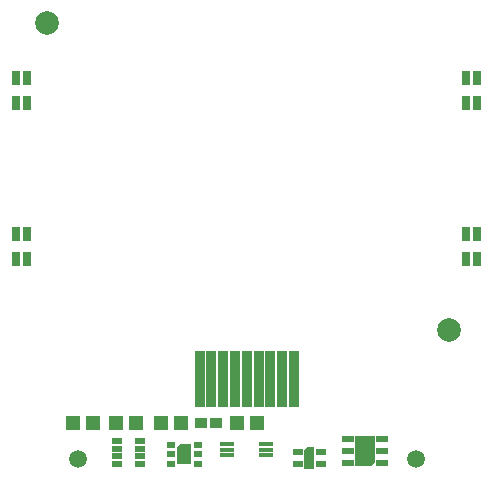
<source format=gbr>
G04 DipTrace 3.2.0.1*
G04 TopMask.gbr*
%MOMM*%
G04 #@! TF.FileFunction,Soldermask,Top*
G04 #@! TF.Part,Single*
%AMOUTLINE1*
4,1,5,
-0.85,1.3,
0.85,1.3,
0.85,-0.99142,
0.54142,-1.3,
-0.85,-1.3,
-0.85,1.3,
0*%
%AMOUTLINE4*
4,1,5,
0.625,0.85,
0.625,-0.85,
-0.625,-0.85,
-0.625,0.49142,
-0.26642,0.85,
0.625,0.85,
0*%
%AMOUTLINE7*
4,1,5,
0.45,0.9,
0.45,-0.9,
-0.45,-0.9,
-0.45,0.64142,
-0.19142,0.9,
0.45,0.9,
0*%
%ADD40C,1.5*%
%ADD41C,2.0*%
%ADD45R,0.75X0.6*%
%ADD47R,1.2X0.45*%
%ADD49R,0.9X0.55*%
%ADD51R,1.0X0.6*%
%ADD53R,0.8X1.2*%
%ADD57R,0.9X4.7*%
%ADD59R,1.1X0.9*%
%ADD65R,1.3X1.2*%
%ADD68OUTLINE1*%
%ADD71OUTLINE4*%
%ADD74OUTLINE7*%
%FSLAX35Y35*%
G04*
G71*
G90*
G75*
G01*
G04 TopMask*
%LPD*%
D65*
X-1473000Y-1932000D3*
X-1303000D3*
X-86000Y-1935000D3*
X84000D3*
X-1110000Y-1936000D3*
X-940000D3*
X-723000Y-1938000D3*
X-553000D3*
D40*
X-1430000Y-2240000D3*
X1430000D3*
D59*
X-390000Y-1933000D3*
X-260000D3*
D57*
X0Y-1560000D3*
X-100000D3*
X100000D3*
X200000D3*
X300000D3*
X400000D3*
X-200000D3*
X-300000D3*
X-400000D3*
D53*
X-1860000Y-335000D3*
Y-545000D3*
X-1950000Y-335000D3*
Y-545000D3*
X1950000Y-335000D3*
X1860000D3*
X1950000Y-545000D3*
X1860000D3*
X-1860000Y985000D3*
Y775000D3*
X-1950000Y985000D3*
Y775000D3*
X1860000D3*
X1950000D3*
X1860000Y985000D3*
X1950000D3*
D41*
X-1690000Y1450000D3*
X1710000Y-1150000D3*
D51*
X855000Y-2270000D3*
Y-2170000D3*
Y-2070000D3*
X1145000Y-2270000D3*
Y-2170000D3*
Y-2070000D3*
D68*
X1000000Y-2170000D3*
D49*
X-1097500Y-2152500D3*
Y-2217500D3*
X-902500D3*
Y-2152500D3*
X-1097500Y-2087500D3*
Y-2282500D3*
X-902500D3*
Y-2087500D3*
D47*
X-168000Y-2159000D3*
X162000D3*
Y-2109000D3*
Y-2209000D3*
X-168000Y-2109000D3*
Y-2209000D3*
D71*
X-530000Y-2200000D3*
D45*
X-645000D3*
X-415000D3*
X-645000Y-2120000D3*
Y-2280000D3*
X-415000D3*
Y-2120000D3*
D74*
X530000Y-2230000D3*
D49*
X430000Y-2180000D3*
Y-2280000D3*
X630000Y-2181000D3*
Y-2280000D3*
M02*

</source>
